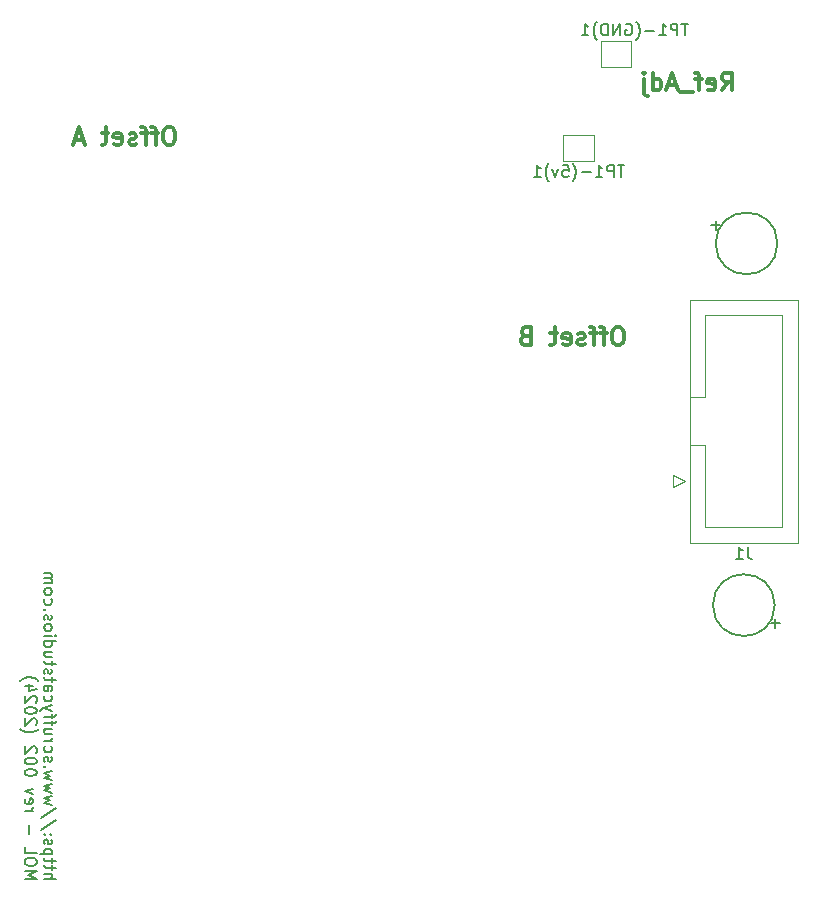
<source format=gbr>
%TF.GenerationSoftware,KiCad,Pcbnew,7.0.1-0*%
%TF.CreationDate,2024-01-26T10:08:16+13:00*%
%TF.ProjectId,MOL,4d4f4c2e-6b69-4636-9164-5f7063625858,rev?*%
%TF.SameCoordinates,Original*%
%TF.FileFunction,Legend,Bot*%
%TF.FilePolarity,Positive*%
%FSLAX46Y46*%
G04 Gerber Fmt 4.6, Leading zero omitted, Abs format (unit mm)*
G04 Created by KiCad (PCBNEW 7.0.1-0) date 2024-01-26 10:08:16*
%MOMM*%
%LPD*%
G01*
G04 APERTURE LIST*
%ADD10C,0.150000*%
%ADD11C,0.300000*%
%ADD12C,0.120000*%
G04 APERTURE END LIST*
D10*
X27542380Y-133381904D02*
X28542380Y-133381904D01*
X27542380Y-132953333D02*
X28066190Y-132953333D01*
X28066190Y-132953333D02*
X28161428Y-133000952D01*
X28161428Y-133000952D02*
X28209047Y-133096190D01*
X28209047Y-133096190D02*
X28209047Y-133239047D01*
X28209047Y-133239047D02*
X28161428Y-133334285D01*
X28161428Y-133334285D02*
X28113809Y-133381904D01*
X28209047Y-132619999D02*
X28209047Y-132239047D01*
X28542380Y-132477142D02*
X27685238Y-132477142D01*
X27685238Y-132477142D02*
X27590000Y-132429523D01*
X27590000Y-132429523D02*
X27542380Y-132334285D01*
X27542380Y-132334285D02*
X27542380Y-132239047D01*
X28209047Y-132048570D02*
X28209047Y-131667618D01*
X28542380Y-131905713D02*
X27685238Y-131905713D01*
X27685238Y-131905713D02*
X27590000Y-131858094D01*
X27590000Y-131858094D02*
X27542380Y-131762856D01*
X27542380Y-131762856D02*
X27542380Y-131667618D01*
X28209047Y-131334284D02*
X27209047Y-131334284D01*
X28161428Y-131334284D02*
X28209047Y-131239046D01*
X28209047Y-131239046D02*
X28209047Y-131048570D01*
X28209047Y-131048570D02*
X28161428Y-130953332D01*
X28161428Y-130953332D02*
X28113809Y-130905713D01*
X28113809Y-130905713D02*
X28018571Y-130858094D01*
X28018571Y-130858094D02*
X27732857Y-130858094D01*
X27732857Y-130858094D02*
X27637619Y-130905713D01*
X27637619Y-130905713D02*
X27590000Y-130953332D01*
X27590000Y-130953332D02*
X27542380Y-131048570D01*
X27542380Y-131048570D02*
X27542380Y-131239046D01*
X27542380Y-131239046D02*
X27590000Y-131334284D01*
X27590000Y-130477141D02*
X27542380Y-130381903D01*
X27542380Y-130381903D02*
X27542380Y-130191427D01*
X27542380Y-130191427D02*
X27590000Y-130096189D01*
X27590000Y-130096189D02*
X27685238Y-130048570D01*
X27685238Y-130048570D02*
X27732857Y-130048570D01*
X27732857Y-130048570D02*
X27828095Y-130096189D01*
X27828095Y-130096189D02*
X27875714Y-130191427D01*
X27875714Y-130191427D02*
X27875714Y-130334284D01*
X27875714Y-130334284D02*
X27923333Y-130429522D01*
X27923333Y-130429522D02*
X28018571Y-130477141D01*
X28018571Y-130477141D02*
X28066190Y-130477141D01*
X28066190Y-130477141D02*
X28161428Y-130429522D01*
X28161428Y-130429522D02*
X28209047Y-130334284D01*
X28209047Y-130334284D02*
X28209047Y-130191427D01*
X28209047Y-130191427D02*
X28161428Y-130096189D01*
X27637619Y-129619998D02*
X27590000Y-129572379D01*
X27590000Y-129572379D02*
X27542380Y-129619998D01*
X27542380Y-129619998D02*
X27590000Y-129667617D01*
X27590000Y-129667617D02*
X27637619Y-129619998D01*
X27637619Y-129619998D02*
X27542380Y-129619998D01*
X28161428Y-129619998D02*
X28113809Y-129572379D01*
X28113809Y-129572379D02*
X28066190Y-129619998D01*
X28066190Y-129619998D02*
X28113809Y-129667617D01*
X28113809Y-129667617D02*
X28161428Y-129619998D01*
X28161428Y-129619998D02*
X28066190Y-129619998D01*
X28590000Y-128429523D02*
X27304285Y-129286665D01*
X28590000Y-127381904D02*
X27304285Y-128239046D01*
X28209047Y-127143808D02*
X27542380Y-126953332D01*
X27542380Y-126953332D02*
X28018571Y-126762856D01*
X28018571Y-126762856D02*
X27542380Y-126572380D01*
X27542380Y-126572380D02*
X28209047Y-126381904D01*
X28209047Y-126096189D02*
X27542380Y-125905713D01*
X27542380Y-125905713D02*
X28018571Y-125715237D01*
X28018571Y-125715237D02*
X27542380Y-125524761D01*
X27542380Y-125524761D02*
X28209047Y-125334285D01*
X28209047Y-125048570D02*
X27542380Y-124858094D01*
X27542380Y-124858094D02*
X28018571Y-124667618D01*
X28018571Y-124667618D02*
X27542380Y-124477142D01*
X27542380Y-124477142D02*
X28209047Y-124286666D01*
X27637619Y-123905713D02*
X27590000Y-123858094D01*
X27590000Y-123858094D02*
X27542380Y-123905713D01*
X27542380Y-123905713D02*
X27590000Y-123953332D01*
X27590000Y-123953332D02*
X27637619Y-123905713D01*
X27637619Y-123905713D02*
X27542380Y-123905713D01*
X27590000Y-123477142D02*
X27542380Y-123381904D01*
X27542380Y-123381904D02*
X27542380Y-123191428D01*
X27542380Y-123191428D02*
X27590000Y-123096190D01*
X27590000Y-123096190D02*
X27685238Y-123048571D01*
X27685238Y-123048571D02*
X27732857Y-123048571D01*
X27732857Y-123048571D02*
X27828095Y-123096190D01*
X27828095Y-123096190D02*
X27875714Y-123191428D01*
X27875714Y-123191428D02*
X27875714Y-123334285D01*
X27875714Y-123334285D02*
X27923333Y-123429523D01*
X27923333Y-123429523D02*
X28018571Y-123477142D01*
X28018571Y-123477142D02*
X28066190Y-123477142D01*
X28066190Y-123477142D02*
X28161428Y-123429523D01*
X28161428Y-123429523D02*
X28209047Y-123334285D01*
X28209047Y-123334285D02*
X28209047Y-123191428D01*
X28209047Y-123191428D02*
X28161428Y-123096190D01*
X27590000Y-122191428D02*
X27542380Y-122286666D01*
X27542380Y-122286666D02*
X27542380Y-122477142D01*
X27542380Y-122477142D02*
X27590000Y-122572380D01*
X27590000Y-122572380D02*
X27637619Y-122619999D01*
X27637619Y-122619999D02*
X27732857Y-122667618D01*
X27732857Y-122667618D02*
X28018571Y-122667618D01*
X28018571Y-122667618D02*
X28113809Y-122619999D01*
X28113809Y-122619999D02*
X28161428Y-122572380D01*
X28161428Y-122572380D02*
X28209047Y-122477142D01*
X28209047Y-122477142D02*
X28209047Y-122286666D01*
X28209047Y-122286666D02*
X28161428Y-122191428D01*
X27542380Y-121762856D02*
X28209047Y-121762856D01*
X28018571Y-121762856D02*
X28113809Y-121715237D01*
X28113809Y-121715237D02*
X28161428Y-121667618D01*
X28161428Y-121667618D02*
X28209047Y-121572380D01*
X28209047Y-121572380D02*
X28209047Y-121477142D01*
X28209047Y-120715237D02*
X27542380Y-120715237D01*
X28209047Y-121143808D02*
X27685238Y-121143808D01*
X27685238Y-121143808D02*
X27590000Y-121096189D01*
X27590000Y-121096189D02*
X27542380Y-121000951D01*
X27542380Y-121000951D02*
X27542380Y-120858094D01*
X27542380Y-120858094D02*
X27590000Y-120762856D01*
X27590000Y-120762856D02*
X27637619Y-120715237D01*
X28209047Y-120381903D02*
X28209047Y-120000951D01*
X27542380Y-120239046D02*
X28399523Y-120239046D01*
X28399523Y-120239046D02*
X28494761Y-120191427D01*
X28494761Y-120191427D02*
X28542380Y-120096189D01*
X28542380Y-120096189D02*
X28542380Y-120000951D01*
X28209047Y-119810474D02*
X28209047Y-119429522D01*
X27542380Y-119667617D02*
X28399523Y-119667617D01*
X28399523Y-119667617D02*
X28494761Y-119619998D01*
X28494761Y-119619998D02*
X28542380Y-119524760D01*
X28542380Y-119524760D02*
X28542380Y-119429522D01*
X28209047Y-119191426D02*
X27542380Y-118953331D01*
X28209047Y-118715236D02*
X27542380Y-118953331D01*
X27542380Y-118953331D02*
X27304285Y-119048569D01*
X27304285Y-119048569D02*
X27256666Y-119096188D01*
X27256666Y-119096188D02*
X27209047Y-119191426D01*
X27590000Y-117905712D02*
X27542380Y-118000950D01*
X27542380Y-118000950D02*
X27542380Y-118191426D01*
X27542380Y-118191426D02*
X27590000Y-118286664D01*
X27590000Y-118286664D02*
X27637619Y-118334283D01*
X27637619Y-118334283D02*
X27732857Y-118381902D01*
X27732857Y-118381902D02*
X28018571Y-118381902D01*
X28018571Y-118381902D02*
X28113809Y-118334283D01*
X28113809Y-118334283D02*
X28161428Y-118286664D01*
X28161428Y-118286664D02*
X28209047Y-118191426D01*
X28209047Y-118191426D02*
X28209047Y-118000950D01*
X28209047Y-118000950D02*
X28161428Y-117905712D01*
X27542380Y-117048569D02*
X28066190Y-117048569D01*
X28066190Y-117048569D02*
X28161428Y-117096188D01*
X28161428Y-117096188D02*
X28209047Y-117191426D01*
X28209047Y-117191426D02*
X28209047Y-117381902D01*
X28209047Y-117381902D02*
X28161428Y-117477140D01*
X27590000Y-117048569D02*
X27542380Y-117143807D01*
X27542380Y-117143807D02*
X27542380Y-117381902D01*
X27542380Y-117381902D02*
X27590000Y-117477140D01*
X27590000Y-117477140D02*
X27685238Y-117524759D01*
X27685238Y-117524759D02*
X27780476Y-117524759D01*
X27780476Y-117524759D02*
X27875714Y-117477140D01*
X27875714Y-117477140D02*
X27923333Y-117381902D01*
X27923333Y-117381902D02*
X27923333Y-117143807D01*
X27923333Y-117143807D02*
X27970952Y-117048569D01*
X28209047Y-116715235D02*
X28209047Y-116334283D01*
X28542380Y-116572378D02*
X27685238Y-116572378D01*
X27685238Y-116572378D02*
X27590000Y-116524759D01*
X27590000Y-116524759D02*
X27542380Y-116429521D01*
X27542380Y-116429521D02*
X27542380Y-116334283D01*
X27590000Y-116048568D02*
X27542380Y-115953330D01*
X27542380Y-115953330D02*
X27542380Y-115762854D01*
X27542380Y-115762854D02*
X27590000Y-115667616D01*
X27590000Y-115667616D02*
X27685238Y-115619997D01*
X27685238Y-115619997D02*
X27732857Y-115619997D01*
X27732857Y-115619997D02*
X27828095Y-115667616D01*
X27828095Y-115667616D02*
X27875714Y-115762854D01*
X27875714Y-115762854D02*
X27875714Y-115905711D01*
X27875714Y-115905711D02*
X27923333Y-116000949D01*
X27923333Y-116000949D02*
X28018571Y-116048568D01*
X28018571Y-116048568D02*
X28066190Y-116048568D01*
X28066190Y-116048568D02*
X28161428Y-116000949D01*
X28161428Y-116000949D02*
X28209047Y-115905711D01*
X28209047Y-115905711D02*
X28209047Y-115762854D01*
X28209047Y-115762854D02*
X28161428Y-115667616D01*
X28209047Y-115334282D02*
X28209047Y-114953330D01*
X28542380Y-115191425D02*
X27685238Y-115191425D01*
X27685238Y-115191425D02*
X27590000Y-115143806D01*
X27590000Y-115143806D02*
X27542380Y-115048568D01*
X27542380Y-115048568D02*
X27542380Y-114953330D01*
X28209047Y-114191425D02*
X27542380Y-114191425D01*
X28209047Y-114619996D02*
X27685238Y-114619996D01*
X27685238Y-114619996D02*
X27590000Y-114572377D01*
X27590000Y-114572377D02*
X27542380Y-114477139D01*
X27542380Y-114477139D02*
X27542380Y-114334282D01*
X27542380Y-114334282D02*
X27590000Y-114239044D01*
X27590000Y-114239044D02*
X27637619Y-114191425D01*
X27542380Y-113286663D02*
X28542380Y-113286663D01*
X27590000Y-113286663D02*
X27542380Y-113381901D01*
X27542380Y-113381901D02*
X27542380Y-113572377D01*
X27542380Y-113572377D02*
X27590000Y-113667615D01*
X27590000Y-113667615D02*
X27637619Y-113715234D01*
X27637619Y-113715234D02*
X27732857Y-113762853D01*
X27732857Y-113762853D02*
X28018571Y-113762853D01*
X28018571Y-113762853D02*
X28113809Y-113715234D01*
X28113809Y-113715234D02*
X28161428Y-113667615D01*
X28161428Y-113667615D02*
X28209047Y-113572377D01*
X28209047Y-113572377D02*
X28209047Y-113381901D01*
X28209047Y-113381901D02*
X28161428Y-113286663D01*
X27542380Y-112810472D02*
X28209047Y-112810472D01*
X28542380Y-112810472D02*
X28494761Y-112858091D01*
X28494761Y-112858091D02*
X28447142Y-112810472D01*
X28447142Y-112810472D02*
X28494761Y-112762853D01*
X28494761Y-112762853D02*
X28542380Y-112810472D01*
X28542380Y-112810472D02*
X28447142Y-112810472D01*
X27542380Y-112191425D02*
X27590000Y-112286663D01*
X27590000Y-112286663D02*
X27637619Y-112334282D01*
X27637619Y-112334282D02*
X27732857Y-112381901D01*
X27732857Y-112381901D02*
X28018571Y-112381901D01*
X28018571Y-112381901D02*
X28113809Y-112334282D01*
X28113809Y-112334282D02*
X28161428Y-112286663D01*
X28161428Y-112286663D02*
X28209047Y-112191425D01*
X28209047Y-112191425D02*
X28209047Y-112048568D01*
X28209047Y-112048568D02*
X28161428Y-111953330D01*
X28161428Y-111953330D02*
X28113809Y-111905711D01*
X28113809Y-111905711D02*
X28018571Y-111858092D01*
X28018571Y-111858092D02*
X27732857Y-111858092D01*
X27732857Y-111858092D02*
X27637619Y-111905711D01*
X27637619Y-111905711D02*
X27590000Y-111953330D01*
X27590000Y-111953330D02*
X27542380Y-112048568D01*
X27542380Y-112048568D02*
X27542380Y-112191425D01*
X27590000Y-111477139D02*
X27542380Y-111381901D01*
X27542380Y-111381901D02*
X27542380Y-111191425D01*
X27542380Y-111191425D02*
X27590000Y-111096187D01*
X27590000Y-111096187D02*
X27685238Y-111048568D01*
X27685238Y-111048568D02*
X27732857Y-111048568D01*
X27732857Y-111048568D02*
X27828095Y-111096187D01*
X27828095Y-111096187D02*
X27875714Y-111191425D01*
X27875714Y-111191425D02*
X27875714Y-111334282D01*
X27875714Y-111334282D02*
X27923333Y-111429520D01*
X27923333Y-111429520D02*
X28018571Y-111477139D01*
X28018571Y-111477139D02*
X28066190Y-111477139D01*
X28066190Y-111477139D02*
X28161428Y-111429520D01*
X28161428Y-111429520D02*
X28209047Y-111334282D01*
X28209047Y-111334282D02*
X28209047Y-111191425D01*
X28209047Y-111191425D02*
X28161428Y-111096187D01*
X27637619Y-110619996D02*
X27590000Y-110572377D01*
X27590000Y-110572377D02*
X27542380Y-110619996D01*
X27542380Y-110619996D02*
X27590000Y-110667615D01*
X27590000Y-110667615D02*
X27637619Y-110619996D01*
X27637619Y-110619996D02*
X27542380Y-110619996D01*
X27590000Y-109715235D02*
X27542380Y-109810473D01*
X27542380Y-109810473D02*
X27542380Y-110000949D01*
X27542380Y-110000949D02*
X27590000Y-110096187D01*
X27590000Y-110096187D02*
X27637619Y-110143806D01*
X27637619Y-110143806D02*
X27732857Y-110191425D01*
X27732857Y-110191425D02*
X28018571Y-110191425D01*
X28018571Y-110191425D02*
X28113809Y-110143806D01*
X28113809Y-110143806D02*
X28161428Y-110096187D01*
X28161428Y-110096187D02*
X28209047Y-110000949D01*
X28209047Y-110000949D02*
X28209047Y-109810473D01*
X28209047Y-109810473D02*
X28161428Y-109715235D01*
X27542380Y-109143806D02*
X27590000Y-109239044D01*
X27590000Y-109239044D02*
X27637619Y-109286663D01*
X27637619Y-109286663D02*
X27732857Y-109334282D01*
X27732857Y-109334282D02*
X28018571Y-109334282D01*
X28018571Y-109334282D02*
X28113809Y-109286663D01*
X28113809Y-109286663D02*
X28161428Y-109239044D01*
X28161428Y-109239044D02*
X28209047Y-109143806D01*
X28209047Y-109143806D02*
X28209047Y-109000949D01*
X28209047Y-109000949D02*
X28161428Y-108905711D01*
X28161428Y-108905711D02*
X28113809Y-108858092D01*
X28113809Y-108858092D02*
X28018571Y-108810473D01*
X28018571Y-108810473D02*
X27732857Y-108810473D01*
X27732857Y-108810473D02*
X27637619Y-108858092D01*
X27637619Y-108858092D02*
X27590000Y-108905711D01*
X27590000Y-108905711D02*
X27542380Y-109000949D01*
X27542380Y-109000949D02*
X27542380Y-109143806D01*
X27542380Y-108381901D02*
X28209047Y-108381901D01*
X28113809Y-108381901D02*
X28161428Y-108334282D01*
X28161428Y-108334282D02*
X28209047Y-108239044D01*
X28209047Y-108239044D02*
X28209047Y-108096187D01*
X28209047Y-108096187D02*
X28161428Y-108000949D01*
X28161428Y-108000949D02*
X28066190Y-107953330D01*
X28066190Y-107953330D02*
X27542380Y-107953330D01*
X28066190Y-107953330D02*
X28161428Y-107905711D01*
X28161428Y-107905711D02*
X28209047Y-107810473D01*
X28209047Y-107810473D02*
X28209047Y-107667616D01*
X28209047Y-107667616D02*
X28161428Y-107572377D01*
X28161428Y-107572377D02*
X28066190Y-107524758D01*
X28066190Y-107524758D02*
X27542380Y-107524758D01*
X25922380Y-133381904D02*
X26922380Y-133381904D01*
X26922380Y-133381904D02*
X26208095Y-133048571D01*
X26208095Y-133048571D02*
X26922380Y-132715238D01*
X26922380Y-132715238D02*
X25922380Y-132715238D01*
X26922380Y-132048571D02*
X26922380Y-131858095D01*
X26922380Y-131858095D02*
X26874761Y-131762857D01*
X26874761Y-131762857D02*
X26779523Y-131667619D01*
X26779523Y-131667619D02*
X26589047Y-131620000D01*
X26589047Y-131620000D02*
X26255714Y-131620000D01*
X26255714Y-131620000D02*
X26065238Y-131667619D01*
X26065238Y-131667619D02*
X25970000Y-131762857D01*
X25970000Y-131762857D02*
X25922380Y-131858095D01*
X25922380Y-131858095D02*
X25922380Y-132048571D01*
X25922380Y-132048571D02*
X25970000Y-132143809D01*
X25970000Y-132143809D02*
X26065238Y-132239047D01*
X26065238Y-132239047D02*
X26255714Y-132286666D01*
X26255714Y-132286666D02*
X26589047Y-132286666D01*
X26589047Y-132286666D02*
X26779523Y-132239047D01*
X26779523Y-132239047D02*
X26874761Y-132143809D01*
X26874761Y-132143809D02*
X26922380Y-132048571D01*
X25922380Y-130715238D02*
X25922380Y-131191428D01*
X25922380Y-131191428D02*
X26922380Y-131191428D01*
X26303333Y-129619999D02*
X26303333Y-128858095D01*
X25922380Y-127619999D02*
X26589047Y-127619999D01*
X26398571Y-127619999D02*
X26493809Y-127572380D01*
X26493809Y-127572380D02*
X26541428Y-127524761D01*
X26541428Y-127524761D02*
X26589047Y-127429523D01*
X26589047Y-127429523D02*
X26589047Y-127334285D01*
X25970000Y-126619999D02*
X25922380Y-126715237D01*
X25922380Y-126715237D02*
X25922380Y-126905713D01*
X25922380Y-126905713D02*
X25970000Y-127000951D01*
X25970000Y-127000951D02*
X26065238Y-127048570D01*
X26065238Y-127048570D02*
X26446190Y-127048570D01*
X26446190Y-127048570D02*
X26541428Y-127000951D01*
X26541428Y-127000951D02*
X26589047Y-126905713D01*
X26589047Y-126905713D02*
X26589047Y-126715237D01*
X26589047Y-126715237D02*
X26541428Y-126619999D01*
X26541428Y-126619999D02*
X26446190Y-126572380D01*
X26446190Y-126572380D02*
X26350952Y-126572380D01*
X26350952Y-126572380D02*
X26255714Y-127048570D01*
X26589047Y-126239046D02*
X25922380Y-126000951D01*
X25922380Y-126000951D02*
X26589047Y-125762856D01*
X26922380Y-124429522D02*
X26922380Y-124334284D01*
X26922380Y-124334284D02*
X26874761Y-124239046D01*
X26874761Y-124239046D02*
X26827142Y-124191427D01*
X26827142Y-124191427D02*
X26731904Y-124143808D01*
X26731904Y-124143808D02*
X26541428Y-124096189D01*
X26541428Y-124096189D02*
X26303333Y-124096189D01*
X26303333Y-124096189D02*
X26112857Y-124143808D01*
X26112857Y-124143808D02*
X26017619Y-124191427D01*
X26017619Y-124191427D02*
X25970000Y-124239046D01*
X25970000Y-124239046D02*
X25922380Y-124334284D01*
X25922380Y-124334284D02*
X25922380Y-124429522D01*
X25922380Y-124429522D02*
X25970000Y-124524760D01*
X25970000Y-124524760D02*
X26017619Y-124572379D01*
X26017619Y-124572379D02*
X26112857Y-124619998D01*
X26112857Y-124619998D02*
X26303333Y-124667617D01*
X26303333Y-124667617D02*
X26541428Y-124667617D01*
X26541428Y-124667617D02*
X26731904Y-124619998D01*
X26731904Y-124619998D02*
X26827142Y-124572379D01*
X26827142Y-124572379D02*
X26874761Y-124524760D01*
X26874761Y-124524760D02*
X26922380Y-124429522D01*
X26922380Y-123477141D02*
X26922380Y-123381903D01*
X26922380Y-123381903D02*
X26874761Y-123286665D01*
X26874761Y-123286665D02*
X26827142Y-123239046D01*
X26827142Y-123239046D02*
X26731904Y-123191427D01*
X26731904Y-123191427D02*
X26541428Y-123143808D01*
X26541428Y-123143808D02*
X26303333Y-123143808D01*
X26303333Y-123143808D02*
X26112857Y-123191427D01*
X26112857Y-123191427D02*
X26017619Y-123239046D01*
X26017619Y-123239046D02*
X25970000Y-123286665D01*
X25970000Y-123286665D02*
X25922380Y-123381903D01*
X25922380Y-123381903D02*
X25922380Y-123477141D01*
X25922380Y-123477141D02*
X25970000Y-123572379D01*
X25970000Y-123572379D02*
X26017619Y-123619998D01*
X26017619Y-123619998D02*
X26112857Y-123667617D01*
X26112857Y-123667617D02*
X26303333Y-123715236D01*
X26303333Y-123715236D02*
X26541428Y-123715236D01*
X26541428Y-123715236D02*
X26731904Y-123667617D01*
X26731904Y-123667617D02*
X26827142Y-123619998D01*
X26827142Y-123619998D02*
X26874761Y-123572379D01*
X26874761Y-123572379D02*
X26922380Y-123477141D01*
X26827142Y-122762855D02*
X26874761Y-122715236D01*
X26874761Y-122715236D02*
X26922380Y-122619998D01*
X26922380Y-122619998D02*
X26922380Y-122381903D01*
X26922380Y-122381903D02*
X26874761Y-122286665D01*
X26874761Y-122286665D02*
X26827142Y-122239046D01*
X26827142Y-122239046D02*
X26731904Y-122191427D01*
X26731904Y-122191427D02*
X26636666Y-122191427D01*
X26636666Y-122191427D02*
X26493809Y-122239046D01*
X26493809Y-122239046D02*
X25922380Y-122810474D01*
X25922380Y-122810474D02*
X25922380Y-122191427D01*
X25541428Y-120715236D02*
X25589047Y-120762855D01*
X25589047Y-120762855D02*
X25731904Y-120858093D01*
X25731904Y-120858093D02*
X25827142Y-120905712D01*
X25827142Y-120905712D02*
X25970000Y-120953331D01*
X25970000Y-120953331D02*
X26208095Y-121000950D01*
X26208095Y-121000950D02*
X26398571Y-121000950D01*
X26398571Y-121000950D02*
X26636666Y-120953331D01*
X26636666Y-120953331D02*
X26779523Y-120905712D01*
X26779523Y-120905712D02*
X26874761Y-120858093D01*
X26874761Y-120858093D02*
X27017619Y-120762855D01*
X27017619Y-120762855D02*
X27065238Y-120715236D01*
X26827142Y-120381902D02*
X26874761Y-120334283D01*
X26874761Y-120334283D02*
X26922380Y-120239045D01*
X26922380Y-120239045D02*
X26922380Y-120000950D01*
X26922380Y-120000950D02*
X26874761Y-119905712D01*
X26874761Y-119905712D02*
X26827142Y-119858093D01*
X26827142Y-119858093D02*
X26731904Y-119810474D01*
X26731904Y-119810474D02*
X26636666Y-119810474D01*
X26636666Y-119810474D02*
X26493809Y-119858093D01*
X26493809Y-119858093D02*
X25922380Y-120429521D01*
X25922380Y-120429521D02*
X25922380Y-119810474D01*
X26922380Y-119191426D02*
X26922380Y-119096188D01*
X26922380Y-119096188D02*
X26874761Y-119000950D01*
X26874761Y-119000950D02*
X26827142Y-118953331D01*
X26827142Y-118953331D02*
X26731904Y-118905712D01*
X26731904Y-118905712D02*
X26541428Y-118858093D01*
X26541428Y-118858093D02*
X26303333Y-118858093D01*
X26303333Y-118858093D02*
X26112857Y-118905712D01*
X26112857Y-118905712D02*
X26017619Y-118953331D01*
X26017619Y-118953331D02*
X25970000Y-119000950D01*
X25970000Y-119000950D02*
X25922380Y-119096188D01*
X25922380Y-119096188D02*
X25922380Y-119191426D01*
X25922380Y-119191426D02*
X25970000Y-119286664D01*
X25970000Y-119286664D02*
X26017619Y-119334283D01*
X26017619Y-119334283D02*
X26112857Y-119381902D01*
X26112857Y-119381902D02*
X26303333Y-119429521D01*
X26303333Y-119429521D02*
X26541428Y-119429521D01*
X26541428Y-119429521D02*
X26731904Y-119381902D01*
X26731904Y-119381902D02*
X26827142Y-119334283D01*
X26827142Y-119334283D02*
X26874761Y-119286664D01*
X26874761Y-119286664D02*
X26922380Y-119191426D01*
X26827142Y-118477140D02*
X26874761Y-118429521D01*
X26874761Y-118429521D02*
X26922380Y-118334283D01*
X26922380Y-118334283D02*
X26922380Y-118096188D01*
X26922380Y-118096188D02*
X26874761Y-118000950D01*
X26874761Y-118000950D02*
X26827142Y-117953331D01*
X26827142Y-117953331D02*
X26731904Y-117905712D01*
X26731904Y-117905712D02*
X26636666Y-117905712D01*
X26636666Y-117905712D02*
X26493809Y-117953331D01*
X26493809Y-117953331D02*
X25922380Y-118524759D01*
X25922380Y-118524759D02*
X25922380Y-117905712D01*
X26589047Y-117048569D02*
X25922380Y-117048569D01*
X26970000Y-117286664D02*
X26255714Y-117524759D01*
X26255714Y-117524759D02*
X26255714Y-116905712D01*
X25541428Y-116619997D02*
X25589047Y-116572378D01*
X25589047Y-116572378D02*
X25731904Y-116477140D01*
X25731904Y-116477140D02*
X25827142Y-116429521D01*
X25827142Y-116429521D02*
X25970000Y-116381902D01*
X25970000Y-116381902D02*
X26208095Y-116334283D01*
X26208095Y-116334283D02*
X26398571Y-116334283D01*
X26398571Y-116334283D02*
X26636666Y-116381902D01*
X26636666Y-116381902D02*
X26779523Y-116429521D01*
X26779523Y-116429521D02*
X26874761Y-116477140D01*
X26874761Y-116477140D02*
X27017619Y-116572378D01*
X27017619Y-116572378D02*
X27065238Y-116619997D01*
X89444888Y-112150000D02*
X89444888Y-111400000D01*
X89641295Y-79600000D02*
G75*
G03*
X89641295Y-79600000I-2616295J0D01*
G01*
X89069888Y-111775000D02*
X89819888Y-111775000D01*
X84050000Y-78075000D02*
X84800000Y-78075000D01*
X89411183Y-110225000D02*
G75*
G03*
X89411183Y-110225000I-2616295J0D01*
G01*
X84425000Y-78450000D02*
X84425000Y-77700000D01*
D11*
X38282142Y-69766428D02*
X37996428Y-69766428D01*
X37996428Y-69766428D02*
X37853571Y-69837857D01*
X37853571Y-69837857D02*
X37710714Y-69980714D01*
X37710714Y-69980714D02*
X37639285Y-70266428D01*
X37639285Y-70266428D02*
X37639285Y-70766428D01*
X37639285Y-70766428D02*
X37710714Y-71052142D01*
X37710714Y-71052142D02*
X37853571Y-71195000D01*
X37853571Y-71195000D02*
X37996428Y-71266428D01*
X37996428Y-71266428D02*
X38282142Y-71266428D01*
X38282142Y-71266428D02*
X38425000Y-71195000D01*
X38425000Y-71195000D02*
X38567857Y-71052142D01*
X38567857Y-71052142D02*
X38639285Y-70766428D01*
X38639285Y-70766428D02*
X38639285Y-70266428D01*
X38639285Y-70266428D02*
X38567857Y-69980714D01*
X38567857Y-69980714D02*
X38425000Y-69837857D01*
X38425000Y-69837857D02*
X38282142Y-69766428D01*
X37210713Y-70266428D02*
X36639285Y-70266428D01*
X36996428Y-71266428D02*
X36996428Y-69980714D01*
X36996428Y-69980714D02*
X36924999Y-69837857D01*
X36924999Y-69837857D02*
X36782142Y-69766428D01*
X36782142Y-69766428D02*
X36639285Y-69766428D01*
X36353570Y-70266428D02*
X35782142Y-70266428D01*
X36139285Y-71266428D02*
X36139285Y-69980714D01*
X36139285Y-69980714D02*
X36067856Y-69837857D01*
X36067856Y-69837857D02*
X35924999Y-69766428D01*
X35924999Y-69766428D02*
X35782142Y-69766428D01*
X35353570Y-71195000D02*
X35210713Y-71266428D01*
X35210713Y-71266428D02*
X34924999Y-71266428D01*
X34924999Y-71266428D02*
X34782142Y-71195000D01*
X34782142Y-71195000D02*
X34710713Y-71052142D01*
X34710713Y-71052142D02*
X34710713Y-70980714D01*
X34710713Y-70980714D02*
X34782142Y-70837857D01*
X34782142Y-70837857D02*
X34924999Y-70766428D01*
X34924999Y-70766428D02*
X35139285Y-70766428D01*
X35139285Y-70766428D02*
X35282142Y-70695000D01*
X35282142Y-70695000D02*
X35353570Y-70552142D01*
X35353570Y-70552142D02*
X35353570Y-70480714D01*
X35353570Y-70480714D02*
X35282142Y-70337857D01*
X35282142Y-70337857D02*
X35139285Y-70266428D01*
X35139285Y-70266428D02*
X34924999Y-70266428D01*
X34924999Y-70266428D02*
X34782142Y-70337857D01*
X33496427Y-71195000D02*
X33639284Y-71266428D01*
X33639284Y-71266428D02*
X33924999Y-71266428D01*
X33924999Y-71266428D02*
X34067856Y-71195000D01*
X34067856Y-71195000D02*
X34139284Y-71052142D01*
X34139284Y-71052142D02*
X34139284Y-70480714D01*
X34139284Y-70480714D02*
X34067856Y-70337857D01*
X34067856Y-70337857D02*
X33924999Y-70266428D01*
X33924999Y-70266428D02*
X33639284Y-70266428D01*
X33639284Y-70266428D02*
X33496427Y-70337857D01*
X33496427Y-70337857D02*
X33424999Y-70480714D01*
X33424999Y-70480714D02*
X33424999Y-70623571D01*
X33424999Y-70623571D02*
X34139284Y-70766428D01*
X32996427Y-70266428D02*
X32424999Y-70266428D01*
X32782142Y-69766428D02*
X32782142Y-71052142D01*
X32782142Y-71052142D02*
X32710713Y-71195000D01*
X32710713Y-71195000D02*
X32567856Y-71266428D01*
X32567856Y-71266428D02*
X32424999Y-71266428D01*
X30853570Y-70837857D02*
X30139285Y-70837857D01*
X30996427Y-71266428D02*
X30496427Y-69766428D01*
X30496427Y-69766428D02*
X29996427Y-71266428D01*
X76282142Y-86716428D02*
X75996428Y-86716428D01*
X75996428Y-86716428D02*
X75853571Y-86787857D01*
X75853571Y-86787857D02*
X75710714Y-86930714D01*
X75710714Y-86930714D02*
X75639285Y-87216428D01*
X75639285Y-87216428D02*
X75639285Y-87716428D01*
X75639285Y-87716428D02*
X75710714Y-88002142D01*
X75710714Y-88002142D02*
X75853571Y-88145000D01*
X75853571Y-88145000D02*
X75996428Y-88216428D01*
X75996428Y-88216428D02*
X76282142Y-88216428D01*
X76282142Y-88216428D02*
X76425000Y-88145000D01*
X76425000Y-88145000D02*
X76567857Y-88002142D01*
X76567857Y-88002142D02*
X76639285Y-87716428D01*
X76639285Y-87716428D02*
X76639285Y-87216428D01*
X76639285Y-87216428D02*
X76567857Y-86930714D01*
X76567857Y-86930714D02*
X76425000Y-86787857D01*
X76425000Y-86787857D02*
X76282142Y-86716428D01*
X75210713Y-87216428D02*
X74639285Y-87216428D01*
X74996428Y-88216428D02*
X74996428Y-86930714D01*
X74996428Y-86930714D02*
X74924999Y-86787857D01*
X74924999Y-86787857D02*
X74782142Y-86716428D01*
X74782142Y-86716428D02*
X74639285Y-86716428D01*
X74353570Y-87216428D02*
X73782142Y-87216428D01*
X74139285Y-88216428D02*
X74139285Y-86930714D01*
X74139285Y-86930714D02*
X74067856Y-86787857D01*
X74067856Y-86787857D02*
X73924999Y-86716428D01*
X73924999Y-86716428D02*
X73782142Y-86716428D01*
X73353570Y-88145000D02*
X73210713Y-88216428D01*
X73210713Y-88216428D02*
X72924999Y-88216428D01*
X72924999Y-88216428D02*
X72782142Y-88145000D01*
X72782142Y-88145000D02*
X72710713Y-88002142D01*
X72710713Y-88002142D02*
X72710713Y-87930714D01*
X72710713Y-87930714D02*
X72782142Y-87787857D01*
X72782142Y-87787857D02*
X72924999Y-87716428D01*
X72924999Y-87716428D02*
X73139285Y-87716428D01*
X73139285Y-87716428D02*
X73282142Y-87645000D01*
X73282142Y-87645000D02*
X73353570Y-87502142D01*
X73353570Y-87502142D02*
X73353570Y-87430714D01*
X73353570Y-87430714D02*
X73282142Y-87287857D01*
X73282142Y-87287857D02*
X73139285Y-87216428D01*
X73139285Y-87216428D02*
X72924999Y-87216428D01*
X72924999Y-87216428D02*
X72782142Y-87287857D01*
X71496427Y-88145000D02*
X71639284Y-88216428D01*
X71639284Y-88216428D02*
X71924999Y-88216428D01*
X71924999Y-88216428D02*
X72067856Y-88145000D01*
X72067856Y-88145000D02*
X72139284Y-88002142D01*
X72139284Y-88002142D02*
X72139284Y-87430714D01*
X72139284Y-87430714D02*
X72067856Y-87287857D01*
X72067856Y-87287857D02*
X71924999Y-87216428D01*
X71924999Y-87216428D02*
X71639284Y-87216428D01*
X71639284Y-87216428D02*
X71496427Y-87287857D01*
X71496427Y-87287857D02*
X71424999Y-87430714D01*
X71424999Y-87430714D02*
X71424999Y-87573571D01*
X71424999Y-87573571D02*
X72139284Y-87716428D01*
X70996427Y-87216428D02*
X70424999Y-87216428D01*
X70782142Y-86716428D02*
X70782142Y-88002142D01*
X70782142Y-88002142D02*
X70710713Y-88145000D01*
X70710713Y-88145000D02*
X70567856Y-88216428D01*
X70567856Y-88216428D02*
X70424999Y-88216428D01*
X68282142Y-87430714D02*
X68067856Y-87502142D01*
X68067856Y-87502142D02*
X67996427Y-87573571D01*
X67996427Y-87573571D02*
X67924999Y-87716428D01*
X67924999Y-87716428D02*
X67924999Y-87930714D01*
X67924999Y-87930714D02*
X67996427Y-88073571D01*
X67996427Y-88073571D02*
X68067856Y-88145000D01*
X68067856Y-88145000D02*
X68210713Y-88216428D01*
X68210713Y-88216428D02*
X68782142Y-88216428D01*
X68782142Y-88216428D02*
X68782142Y-86716428D01*
X68782142Y-86716428D02*
X68282142Y-86716428D01*
X68282142Y-86716428D02*
X68139285Y-86787857D01*
X68139285Y-86787857D02*
X68067856Y-86859285D01*
X68067856Y-86859285D02*
X67996427Y-87002142D01*
X67996427Y-87002142D02*
X67996427Y-87145000D01*
X67996427Y-87145000D02*
X68067856Y-87287857D01*
X68067856Y-87287857D02*
X68139285Y-87359285D01*
X68139285Y-87359285D02*
X68282142Y-87430714D01*
X68282142Y-87430714D02*
X68782142Y-87430714D01*
X84935714Y-66641428D02*
X85435714Y-65927142D01*
X85792857Y-66641428D02*
X85792857Y-65141428D01*
X85792857Y-65141428D02*
X85221428Y-65141428D01*
X85221428Y-65141428D02*
X85078571Y-65212857D01*
X85078571Y-65212857D02*
X85007142Y-65284285D01*
X85007142Y-65284285D02*
X84935714Y-65427142D01*
X84935714Y-65427142D02*
X84935714Y-65641428D01*
X84935714Y-65641428D02*
X85007142Y-65784285D01*
X85007142Y-65784285D02*
X85078571Y-65855714D01*
X85078571Y-65855714D02*
X85221428Y-65927142D01*
X85221428Y-65927142D02*
X85792857Y-65927142D01*
X83721428Y-66570000D02*
X83864285Y-66641428D01*
X83864285Y-66641428D02*
X84150000Y-66641428D01*
X84150000Y-66641428D02*
X84292857Y-66570000D01*
X84292857Y-66570000D02*
X84364285Y-66427142D01*
X84364285Y-66427142D02*
X84364285Y-65855714D01*
X84364285Y-65855714D02*
X84292857Y-65712857D01*
X84292857Y-65712857D02*
X84150000Y-65641428D01*
X84150000Y-65641428D02*
X83864285Y-65641428D01*
X83864285Y-65641428D02*
X83721428Y-65712857D01*
X83721428Y-65712857D02*
X83650000Y-65855714D01*
X83650000Y-65855714D02*
X83650000Y-65998571D01*
X83650000Y-65998571D02*
X84364285Y-66141428D01*
X83221428Y-65641428D02*
X82650000Y-65641428D01*
X83007143Y-66641428D02*
X83007143Y-65355714D01*
X83007143Y-65355714D02*
X82935714Y-65212857D01*
X82935714Y-65212857D02*
X82792857Y-65141428D01*
X82792857Y-65141428D02*
X82650000Y-65141428D01*
X82507143Y-66784285D02*
X81364285Y-66784285D01*
X81078571Y-66212857D02*
X80364286Y-66212857D01*
X81221428Y-66641428D02*
X80721428Y-65141428D01*
X80721428Y-65141428D02*
X80221428Y-66641428D01*
X79078572Y-66641428D02*
X79078572Y-65141428D01*
X79078572Y-66570000D02*
X79221429Y-66641428D01*
X79221429Y-66641428D02*
X79507143Y-66641428D01*
X79507143Y-66641428D02*
X79650000Y-66570000D01*
X79650000Y-66570000D02*
X79721429Y-66498571D01*
X79721429Y-66498571D02*
X79792857Y-66355714D01*
X79792857Y-66355714D02*
X79792857Y-65927142D01*
X79792857Y-65927142D02*
X79721429Y-65784285D01*
X79721429Y-65784285D02*
X79650000Y-65712857D01*
X79650000Y-65712857D02*
X79507143Y-65641428D01*
X79507143Y-65641428D02*
X79221429Y-65641428D01*
X79221429Y-65641428D02*
X79078572Y-65712857D01*
X78364286Y-65641428D02*
X78364286Y-66927142D01*
X78364286Y-66927142D02*
X78435714Y-67070000D01*
X78435714Y-67070000D02*
X78578571Y-67141428D01*
X78578571Y-67141428D02*
X78650000Y-67141428D01*
X78364286Y-65141428D02*
X78435714Y-65212857D01*
X78435714Y-65212857D02*
X78364286Y-65284285D01*
X78364286Y-65284285D02*
X78292857Y-65212857D01*
X78292857Y-65212857D02*
X78364286Y-65141428D01*
X78364286Y-65141428D02*
X78364286Y-65284285D01*
D10*
%TO.C,J1*%
X87113333Y-105287619D02*
X87113333Y-106001904D01*
X87113333Y-106001904D02*
X87160952Y-106144761D01*
X87160952Y-106144761D02*
X87256190Y-106240000D01*
X87256190Y-106240000D02*
X87399047Y-106287619D01*
X87399047Y-106287619D02*
X87494285Y-106287619D01*
X86113333Y-106287619D02*
X86684761Y-106287619D01*
X86399047Y-106287619D02*
X86399047Y-105287619D01*
X86399047Y-105287619D02*
X86494285Y-105430476D01*
X86494285Y-105430476D02*
X86589523Y-105525714D01*
X86589523Y-105525714D02*
X86684761Y-105573333D01*
%TO.C,TP1-(5v)1*%
X76680952Y-72962619D02*
X76109524Y-72962619D01*
X76395238Y-73962619D02*
X76395238Y-72962619D01*
X75776190Y-73962619D02*
X75776190Y-72962619D01*
X75776190Y-72962619D02*
X75395238Y-72962619D01*
X75395238Y-72962619D02*
X75300000Y-73010238D01*
X75300000Y-73010238D02*
X75252381Y-73057857D01*
X75252381Y-73057857D02*
X75204762Y-73153095D01*
X75204762Y-73153095D02*
X75204762Y-73295952D01*
X75204762Y-73295952D02*
X75252381Y-73391190D01*
X75252381Y-73391190D02*
X75300000Y-73438809D01*
X75300000Y-73438809D02*
X75395238Y-73486428D01*
X75395238Y-73486428D02*
X75776190Y-73486428D01*
X74252381Y-73962619D02*
X74823809Y-73962619D01*
X74538095Y-73962619D02*
X74538095Y-72962619D01*
X74538095Y-72962619D02*
X74633333Y-73105476D01*
X74633333Y-73105476D02*
X74728571Y-73200714D01*
X74728571Y-73200714D02*
X74823809Y-73248333D01*
X73823809Y-73581666D02*
X73061905Y-73581666D01*
X72300000Y-74343571D02*
X72347619Y-74295952D01*
X72347619Y-74295952D02*
X72442857Y-74153095D01*
X72442857Y-74153095D02*
X72490476Y-74057857D01*
X72490476Y-74057857D02*
X72538095Y-73915000D01*
X72538095Y-73915000D02*
X72585714Y-73676904D01*
X72585714Y-73676904D02*
X72585714Y-73486428D01*
X72585714Y-73486428D02*
X72538095Y-73248333D01*
X72538095Y-73248333D02*
X72490476Y-73105476D01*
X72490476Y-73105476D02*
X72442857Y-73010238D01*
X72442857Y-73010238D02*
X72347619Y-72867380D01*
X72347619Y-72867380D02*
X72300000Y-72819761D01*
X71442857Y-72962619D02*
X71919047Y-72962619D01*
X71919047Y-72962619D02*
X71966666Y-73438809D01*
X71966666Y-73438809D02*
X71919047Y-73391190D01*
X71919047Y-73391190D02*
X71823809Y-73343571D01*
X71823809Y-73343571D02*
X71585714Y-73343571D01*
X71585714Y-73343571D02*
X71490476Y-73391190D01*
X71490476Y-73391190D02*
X71442857Y-73438809D01*
X71442857Y-73438809D02*
X71395238Y-73534047D01*
X71395238Y-73534047D02*
X71395238Y-73772142D01*
X71395238Y-73772142D02*
X71442857Y-73867380D01*
X71442857Y-73867380D02*
X71490476Y-73915000D01*
X71490476Y-73915000D02*
X71585714Y-73962619D01*
X71585714Y-73962619D02*
X71823809Y-73962619D01*
X71823809Y-73962619D02*
X71919047Y-73915000D01*
X71919047Y-73915000D02*
X71966666Y-73867380D01*
X71061904Y-73295952D02*
X70823809Y-73962619D01*
X70823809Y-73962619D02*
X70585714Y-73295952D01*
X70299999Y-74343571D02*
X70252380Y-74295952D01*
X70252380Y-74295952D02*
X70157142Y-74153095D01*
X70157142Y-74153095D02*
X70109523Y-74057857D01*
X70109523Y-74057857D02*
X70061904Y-73915000D01*
X70061904Y-73915000D02*
X70014285Y-73676904D01*
X70014285Y-73676904D02*
X70014285Y-73486428D01*
X70014285Y-73486428D02*
X70061904Y-73248333D01*
X70061904Y-73248333D02*
X70109523Y-73105476D01*
X70109523Y-73105476D02*
X70157142Y-73010238D01*
X70157142Y-73010238D02*
X70252380Y-72867380D01*
X70252380Y-72867380D02*
X70299999Y-72819761D01*
X69014285Y-73962619D02*
X69585713Y-73962619D01*
X69299999Y-73962619D02*
X69299999Y-72962619D01*
X69299999Y-72962619D02*
X69395237Y-73105476D01*
X69395237Y-73105476D02*
X69490475Y-73200714D01*
X69490475Y-73200714D02*
X69585713Y-73248333D01*
%TO.C,TP1-(GND)1*%
X82067618Y-60982619D02*
X81496190Y-60982619D01*
X81781904Y-61982619D02*
X81781904Y-60982619D01*
X81162856Y-61982619D02*
X81162856Y-60982619D01*
X81162856Y-60982619D02*
X80781904Y-60982619D01*
X80781904Y-60982619D02*
X80686666Y-61030238D01*
X80686666Y-61030238D02*
X80639047Y-61077857D01*
X80639047Y-61077857D02*
X80591428Y-61173095D01*
X80591428Y-61173095D02*
X80591428Y-61315952D01*
X80591428Y-61315952D02*
X80639047Y-61411190D01*
X80639047Y-61411190D02*
X80686666Y-61458809D01*
X80686666Y-61458809D02*
X80781904Y-61506428D01*
X80781904Y-61506428D02*
X81162856Y-61506428D01*
X79639047Y-61982619D02*
X80210475Y-61982619D01*
X79924761Y-61982619D02*
X79924761Y-60982619D01*
X79924761Y-60982619D02*
X80019999Y-61125476D01*
X80019999Y-61125476D02*
X80115237Y-61220714D01*
X80115237Y-61220714D02*
X80210475Y-61268333D01*
X79210475Y-61601666D02*
X78448571Y-61601666D01*
X77686666Y-62363571D02*
X77734285Y-62315952D01*
X77734285Y-62315952D02*
X77829523Y-62173095D01*
X77829523Y-62173095D02*
X77877142Y-62077857D01*
X77877142Y-62077857D02*
X77924761Y-61935000D01*
X77924761Y-61935000D02*
X77972380Y-61696904D01*
X77972380Y-61696904D02*
X77972380Y-61506428D01*
X77972380Y-61506428D02*
X77924761Y-61268333D01*
X77924761Y-61268333D02*
X77877142Y-61125476D01*
X77877142Y-61125476D02*
X77829523Y-61030238D01*
X77829523Y-61030238D02*
X77734285Y-60887380D01*
X77734285Y-60887380D02*
X77686666Y-60839761D01*
X76781904Y-61030238D02*
X76877142Y-60982619D01*
X76877142Y-60982619D02*
X77019999Y-60982619D01*
X77019999Y-60982619D02*
X77162856Y-61030238D01*
X77162856Y-61030238D02*
X77258094Y-61125476D01*
X77258094Y-61125476D02*
X77305713Y-61220714D01*
X77305713Y-61220714D02*
X77353332Y-61411190D01*
X77353332Y-61411190D02*
X77353332Y-61554047D01*
X77353332Y-61554047D02*
X77305713Y-61744523D01*
X77305713Y-61744523D02*
X77258094Y-61839761D01*
X77258094Y-61839761D02*
X77162856Y-61935000D01*
X77162856Y-61935000D02*
X77019999Y-61982619D01*
X77019999Y-61982619D02*
X76924761Y-61982619D01*
X76924761Y-61982619D02*
X76781904Y-61935000D01*
X76781904Y-61935000D02*
X76734285Y-61887380D01*
X76734285Y-61887380D02*
X76734285Y-61554047D01*
X76734285Y-61554047D02*
X76924761Y-61554047D01*
X76305713Y-61982619D02*
X76305713Y-60982619D01*
X76305713Y-60982619D02*
X75734285Y-61982619D01*
X75734285Y-61982619D02*
X75734285Y-60982619D01*
X75258094Y-61982619D02*
X75258094Y-60982619D01*
X75258094Y-60982619D02*
X75019999Y-60982619D01*
X75019999Y-60982619D02*
X74877142Y-61030238D01*
X74877142Y-61030238D02*
X74781904Y-61125476D01*
X74781904Y-61125476D02*
X74734285Y-61220714D01*
X74734285Y-61220714D02*
X74686666Y-61411190D01*
X74686666Y-61411190D02*
X74686666Y-61554047D01*
X74686666Y-61554047D02*
X74734285Y-61744523D01*
X74734285Y-61744523D02*
X74781904Y-61839761D01*
X74781904Y-61839761D02*
X74877142Y-61935000D01*
X74877142Y-61935000D02*
X75019999Y-61982619D01*
X75019999Y-61982619D02*
X75258094Y-61982619D01*
X74353332Y-62363571D02*
X74305713Y-62315952D01*
X74305713Y-62315952D02*
X74210475Y-62173095D01*
X74210475Y-62173095D02*
X74162856Y-62077857D01*
X74162856Y-62077857D02*
X74115237Y-61935000D01*
X74115237Y-61935000D02*
X74067618Y-61696904D01*
X74067618Y-61696904D02*
X74067618Y-61506428D01*
X74067618Y-61506428D02*
X74115237Y-61268333D01*
X74115237Y-61268333D02*
X74162856Y-61125476D01*
X74162856Y-61125476D02*
X74210475Y-61030238D01*
X74210475Y-61030238D02*
X74305713Y-60887380D01*
X74305713Y-60887380D02*
X74353332Y-60839761D01*
X73067618Y-61982619D02*
X73639046Y-61982619D01*
X73353332Y-61982619D02*
X73353332Y-60982619D01*
X73353332Y-60982619D02*
X73448570Y-61125476D01*
X73448570Y-61125476D02*
X73543808Y-61220714D01*
X73543808Y-61220714D02*
X73639046Y-61268333D01*
D12*
%TO.C,J1*%
X91340000Y-104935000D02*
X91340000Y-84355000D01*
X91340000Y-84355000D02*
X82220000Y-84355000D01*
X90030000Y-103635000D02*
X90030000Y-85655000D01*
X90030000Y-85655000D02*
X83530000Y-85655000D01*
X83530000Y-103635000D02*
X90030000Y-103635000D01*
X83530000Y-96695000D02*
X83530000Y-103635000D01*
X83530000Y-92595000D02*
X83530000Y-92595000D01*
X83530000Y-92595000D02*
X82220000Y-92595000D01*
X83530000Y-85655000D02*
X83530000Y-92595000D01*
X82220000Y-104935000D02*
X91340000Y-104935000D01*
X82220000Y-96695000D02*
X83530000Y-96695000D01*
X82220000Y-84355000D02*
X82220000Y-104935000D01*
X81830000Y-99725000D02*
X80830000Y-100225000D01*
X80830000Y-100225000D02*
X80830000Y-99225000D01*
X80830000Y-99225000D02*
X81830000Y-99725000D01*
%TO.C,TP1-(5v)1*%
X71500000Y-70450000D02*
X74100000Y-70450000D01*
X71500000Y-72650000D02*
X71500000Y-70450000D01*
X74100000Y-70450000D02*
X74100000Y-72150000D01*
X74100000Y-72150000D02*
X74100000Y-72650000D01*
X74100000Y-72650000D02*
X71500000Y-72650000D01*
%TO.C,TP1-(GND)1*%
X74660000Y-62430000D02*
X77260000Y-62430000D01*
X74660000Y-64630000D02*
X74660000Y-62430000D01*
X77260000Y-62430000D02*
X77260000Y-64130000D01*
X77260000Y-64130000D02*
X77260000Y-64630000D01*
X77260000Y-64630000D02*
X74660000Y-64630000D01*
%TD*%
M02*

</source>
